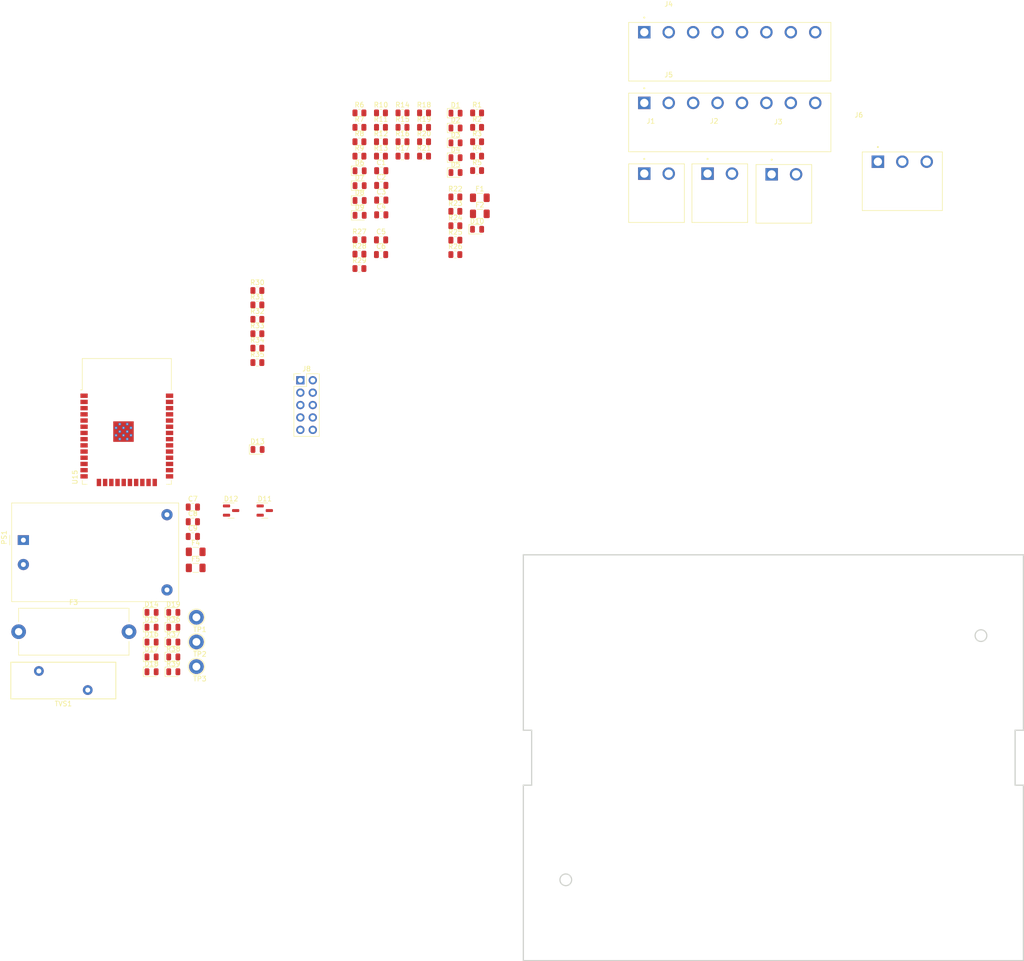
<source format=kicad_pcb>
(kicad_pcb (version 20221018) (generator pcbnew)
  (layers (0 "F.Cu" signal) (31 "B.Cu" signal) (34 "B.Paste" user) (35 "F.Paste" user) (36 "B.SilkS" user "B.Silkscreen") (37 "F.SilkS" user "F.Silkscreen") (38 "B.Mask" user) (39 "F.Mask" user) (44 "Edge.Cuts" user))
  (net 0 "")
  (net 1 "+12V")
  (net 2 "GND")
  (net 3 "VDD")
  (net 4 "Net-(D11-A1)")
  (net 5 "Net-(D11-A2)")
  (net 6 "/Room Link/RGND")
  (net 7 "Net-(D12-A1)")
  (net 8 "Net-(D12-A2)")
  (net 10 "Net-(D13-A)")
  (net 11 "/Room Link/CON-DC-")
  (net 12 "Net-(D14-A)")
  (net 13 "Net-(D16-A)")
  (net 14 "Net-(D17-A)")
  (net 15 "Net-(D19-A)")
  (net 16 "/Room Link/CON-L1")
  (net 17 "Net-(PS1-AC{slash}N)")
  (net 18 "/Room Link/CON-DC+")
  (net 19 "+3.3V")
  (net 20 "TMS")
  (net 21 "TCK")
  (net 22 "TDO")
  (net 24 "TDI")
  (net 25 "EN")
  (net 26 "/Room Link/CON-NEUT")
  (net 29 "/Room Link/CONTROL/COM_RS485_LCD")
  (net 30 "/Room Link/CONTROL/CON_RS485_eXT")
  (net 33 "/Room Link/CONTROL/RLY_FAN1_MICRO")
  (net 34 "/Room Link/CONTROL/RLY_FAN2_MICRO")
  (net 35 "/Room Link/CONTROL/RLY_FAN3_MICRO")
  (net 42 "/Room Link/CONTROL/INPUT_3_MICRO")
  (net 44 "/Room Link/CONTROL/INPUT_4_MICRO")
  (net 45 "/Room Link/CONTROL/Rx_RS485_lcd")
  (net 46 "/Room Link/CONTROL/Tx_RS485_LCD")
  (net 52 "/Room Link/CONTROL/Rx_RS485_eXT")
  (net 53 "/Room Link/CONTROL/Tx_RS485_eXT")
  (net 54 "/Room Link/CONTROL/RLY_OUT1_MICRO")
  (net 55 "/Room Link/CONTROL/RLY_OUT2_MICRO")
  (net 56 "/Room Link/INPUTS/INPUT_1_MCRO")
  (net 57 "/Room Link/INPUTS/INPUT_2_MCRO")
  (net 58 "/Room Link/INPUTS/INPUT_3_MCRO")
  (net 59 "/Room Link/INPUTS/INPUT_4_MCRO")
  (net 60 "+5V")
  (net 61 "Net-(D1-K)")
  (net 62 "Net-(D1-A)")
  (net 63 "Net-(D2-K)")
  (net 64 "Net-(D2-A)")
  (net 65 "Net-(D3-K)")
  (net 66 "Net-(D3-A)")
  (net 67 "Net-(D4-K)")
  (net 68 "Net-(D4-A)")
  (net 69 "Net-(D5-K)")
  (net 70 "Net-(D5-A)")
  (net 71 "Net-(D6-A)")
  (net 72 "Net-(D7-A)")
  (net 73 "Net-(D8-A)")
  (net 74 "Net-(D9-A)")
  (net 75 "Net-(D10-A)")
  (net 76 "Net-(F1-Pad1)")
  (net 77 "/Room Link/CON-B+")
  (net 78 "Net-(F2-Pad1)")
  (net 79 "/Room Link/CON-A-")
  (net 80 "Net-(R6-Pad2)")
  (net 81 "/Room Link/CON-IN1-")
  (net 82 "GND1")
  (net 83 "Net-(R10-Pad2)")
  (net 84 "/Room Link/CON-IN2-")
  (net 85 "Net-(R14-Pad2)")
  (net 86 "/Room Link/CON-IN3-")
  (net 87 "Net-(R16-Pad2)")
  (net 88 "/Room Link/CON-IN4-")
  (net 89 "Net-(U11-Vo)")
  (net 90 "Net-(U13-DE)")
  (net 91 "/Room Link/CON-LCDB+")
  (net 92 "/Room Link/CON-LCDA-")
  (net 93 "/Room Link/CON-OUT2A")
  (net 94 "/Room Link/CON-OUT2B")
  (net 95 "/Room Link/CON-OUT1A")
  (net 96 "/Room Link/CON-OUT1B")
  (net 97 "/Room Link/CON-FAN3")
  (net 98 "/Room Link/CON-FAN2")
  (net 99 "/Room Link/CON-FAN1")
  (net 100 "/Room Link/CON-FAN-C")
  (net 101 "/Room Link/CON-IN4+")
  (net 102 "/Room Link/CON-IN3+")
  (net 103 "/Room Link/CON-IN2+")
  (net 104 "/Room Link/CON-IN1+")
  (footprint "Diode_SMD:D_0805_2012Metric" (layer "F.Cu") (at 33.545 75.99)
    (fp_text reference "R38" (at 0 -1.65) (layer "F.SilkS"))
    (fp_text value "470")
    (pad "1" smd roundrect (at -0.9375 0) (size 0.975 1.4) (layers "F.Cu" "F.Paste" "F.Mask") (net 3 "VDD"))
    (pad "2" smd roundrect (at 0.9375 0) (size 0.975 1.4) (layers "F.Cu" "F.Paste" "F.Mask") (net 14 "Net-(D17-A)"))
  )
  (footprint "Resistor_SMD:R_0805_2012Metric" (layer "F.Cu") (at 71.65 -9.425)
    (fp_text reference "R27" (at 0 -1.65) (layer "F.SilkS"))
    (fp_text value "10 1%")
    (pad "1" smd roundrect (at -0.9125 0) (size 1.025 1.4) (layers "F.Cu" "F.Paste" "F.Mask") (roundrect_rratio 0.243902) (net 29 "/Room Link/CONTROL/COM_RS485_LCD"))
    (pad "2" smd roundrect (at 0.9125 0) (size 1.025 1.4) (layers "F.Cu" "F.Paste" "F.Mask") (roundrect_rratio 0.243902) (net 90 "Net-(U13-DE)"))
  )
  (footprint "Capacitor_SMD:C_0805_2012Metric" (layer "F.Cu") (at 76.12 -17.535)
    (fp_text reference "C3" (at 0 -1.68) (layer "F.SilkS"))
    (fp_text value "0.1uF")
    (pad "1" smd roundrect (at -0.95 0) (size 1 1.45) (layers "F.Cu" "F.Paste" "F.Mask") (net 58 "/Room Link/INPUTS/INPUT_3_MCRO"))
    (pad "2" smd roundrect (at 0.95 0) (size 1 1.45) (layers "F.Cu" "F.Paste" "F.Mask") (net 2 "GND"))
  )
  (footprint "TBP04R12-500-02BE:CUI_TBP04R12-500-02BE" (layer "F.Cu") (at 129.975 -22.9625)
    (fp_text reference "J1" (at 1.335 -10.745) (layer "F.SilkS"))
    (fp_text value "TBP04R12-500-02BE")
    (pad "1" thru_hole rect (at 0 0) (size 2.55 2.55) (drill 1.7) (layers "*.Cu" "*.Mask") (net 16 "/Room Link/CON-L1"))
    (pad "2" thru_hole circle (at 5 0) (size 2.55 2.55) (drill 1.7) (layers "*.Cu" "*.Mask") (net 26 "/Room Link/CON-NEUT"))
  )
  (footprint "Resistor_SMD:R_0805_2012Metric" (layer "F.Cu") (at 50.755 9.825)
    (fp_text reference "R33" (at 0 -1.65) (layer "F.SilkS"))
    (fp_text value "10k")
    (pad "1" smd roundrect (at -0.9125 0) (size 1.025 1.4) (layers "F.Cu" "F.Paste" "F.Mask") (roundrect_rratio 0.243902) (net 19 "+3.3V"))
    (pad "2" smd roundrect (at 0.9125 0) (size 1.025 1.4) (layers "F.Cu" "F.Paste" "F.Mask") (roundrect_rratio 0.243902) (net 22 "TDO"))
  )
  (footprint "Diode_SMD:D_0805_2012Metric" (layer "F.Cu") (at 50.795 33.52)
    (fp_text reference "D13" (at 0 -1.65) (layer "F.SilkS"))
    (fp_text value "LED")
    (pad "1" smd roundrect (at -0.9375 0) (size 0.975 1.4) (layers "F.Cu" "F.Paste" "F.Mask"))
    (pad "2" smd roundrect (at 0.9375 0) (size 0.975 1.4) (layers "F.Cu" "F.Paste" "F.Mask") (net 10 "Net-(D13-A)"))
  )
  (footprint "Fuse:Fuse_1206_3216Metric" (layer "F.Cu") (at 96.3 -18.015)
    (fp_text reference "F1" (at 0 -1.82) (layer "F.SilkS"))
    (fp_text value "PTS120660V010")
    (pad "1" smd roundrect (at -1.4 0) (size 1.25 1.75) (layers "F.Cu" "F.Paste" "F.Mask") (roundrect_rratio 0.2) (net 76 "Net-(F1-Pad1)"))
    (pad "2" smd roundrect (at 1.4 0) (size 1.25 1.75) (layers "F.Cu" "F.Paste" "F.Mask") (roundrect_rratio 0.2) (net 77 "/Room Link/CON-B+"))
  )
  (footprint "Resistor_SMD:R_0805_2012Metric" (layer "F.Cu") (at 84.88 -32.435)
    (fp_text reference "R19" (at 0 -1.65) (layer "F.SilkS"))
    (fp_text value "10k")
    (pad "1" smd roundrect (at -0.9125 0) (size 1.025 1.4) (layers "F.Cu" "F.Paste" "F.Mask") (roundrect_rratio 0.243902) (net 60 "+5V"))
    (pad "2" smd roundrect (at 0.9125 0) (size 1.025 1.4) (layers "F.Cu" "F.Paste" "F.Mask") (roundrect_rratio 0.243902) (net 59 "/Room Link/INPUTS/INPUT_4_MCRO"))
  )
  (footprint "LED_SMD:LED_0805_2012Metric" (layer "F.Cu") (at 91.33 -29.26)
    (fp_text reference "D3" (at 0 -1.65) (layer "F.SilkS"))
    (fp_text value "LED")
    (pad "1" smd roundrect (at -0.9375 0) (size 0.975 1.4) (layers "F.Cu" "F.Paste" "F.Mask") (net 65 "Net-(D3-K)"))
    (pad "2" smd roundrect (at 0.9375 0) (size 0.975 1.4) (layers "F.Cu" "F.Paste" "F.Mask") (net 66 "Net-(D3-A)"))
  )
  (footprint "TBP04R12-500-08BE:CUI_TBP04R12-500-08BE" (layer "F.Cu") (at 129.975 -51.9125)
    (fp_text reference "J4" (at 4.985 -5.745) (layer "F.SilkS"))
    (fp_text value "TBP04R12-500-08BE")
    (pad "1" thru_hole rect (at 0 0) (size 2.55 2.55) (drill 1.7) (layers "*.Cu" "*.Mask") (net 93 "/Room Link/CON-OUT2A"))
    (pad "2" thru_hole circle (at 5 0) (size 2.55 2.55) (drill 1.7) (layers "*.Cu" "*.Mask") (net 94 "/Room Link/CON-OUT2B"))
    (pad "3" thru_hole circle (at 10 0) (size 2.55 2.55) (drill 1.7) (layers "*.Cu" "*.Mask") (net 95 "/Room Link/CON-OUT1A"))
    (pad "4" thru_hole circle (at 15 0) (size 2.55 2.55) (drill 1.7) (layers "*.Cu" "*.Mask") (net 96 "/Room Link/CON-OUT1B"))
    (pad "5" thru_hole circle (at 20 0) (size 2.55 2.55) (drill 1.7) (layers "*.Cu" "*.Mask") (net 97 "/Room Link/CON-FAN3"))
    (pad "6" thru_hole circle (at 25 0) (size 2.55 2.55) (drill 1.7) (layers "*.Cu" "*.Mask") (net 98 "/Room Link/CON-FAN2"))
    (pad "7" thru_hole circle (at 30 0) (size 2.55 2.55) (drill 1.7) (layers "*.Cu" "*.Mask") (net 99 "/Room Link/CON-FAN1"))
    (pad "8" thru_hole circle (at 35 0) (size 2.55 2.55) (drill 1.7) (layers "*.Cu" "*.Mask") (net 100 "/Room Link/CON-FAN-C"))
  )
  (footprint "LED_SMD:LED_0805_2012Metric" (layer "F.Cu") (at 95.74 -11.56)
    (fp_text reference "D10" (at 0 -1.65) (layer "F.SilkS"))
    (fp_text value "LED")
    (pad "1" smd roundrect (at -0.9375 0) (size 0.975 1.4) (layers "F.Cu" "F.Paste" "F.Mask") (net 6 "/Room Link/RGND"))
    (pad "2" smd roundrect (at 0.9375 0) (size 0.975 1.4) (layers "F.Cu" "F.Paste" "F.Mask") (net 75 "Net-(D10-A)"))
  )
  (footprint "LED_SMD:LED_0805_2012Metric" (layer "F.Cu") (at 71.69 -14.42)
    (fp_text reference "D9" (at 0 -1.65) (layer "F.SilkS"))
    (fp_text value "LED")
    (pad "1" smd roundrect (at -0.9375 0) (size 0.975 1.4) (layers "F.Cu" "F.Paste" "F.Mask") (net 59 "/Room Link/INPUTS/INPUT_4_MCRO"))
    (pad "2" smd roundrect (at 0.9375 0) (size 0.975 1.4) (layers "F.Cu" "F.Paste" "F.Mask") (net 74 "Net-(D9-A)"))
  )
  (footprint "Resistor_SMD:R_0805_2012Metric" (layer "F.Cu") (at 71.65 -35.385)
    (fp_text reference "R6" (at 0 -1.65) (layer "F.SilkS"))
    (fp_text value "330")
    (pad "1" smd roundrect (at -0.9125 0) (size 1.025 1.4) (layers "F.Cu" "F.Paste" "F.Mask") (roundrect_rratio 0.243902) (net 3 "VDD"))
    (pad "2" smd roundrect (at 0.9125 0) (size 1.025 1.4) (layers "F.Cu" "F.Paste" "F.Mask") (roundrect_rratio 0.243902) (net 80 "Net-(R6-Pad2)"))
  )
  (footprint "Capacitor_SMD:C_0805_2012Metric" (layer "F.Cu") (at 37.545 51.325)
    (fp_text reference "C9" (at 0 -1.68) (layer "F.SilkS"))
    (fp_text value "47uF/10V")
    (pad "1" smd roundrect (at -0.95 0) (size 1 1.45) (layers "F.Cu" "F.Paste" "F.Mask") (net 3 "VDD"))
    (pad "2" smd roundrect (at 0.95 0) (size 1 1.45) (layers "F.Cu" "F.Paste" "F.Mask") (net 2 "GND"))
  )
  (footprint "Diode_SMD:D_0805_2012Metric" (layer "F.Cu") (at 33.545 69.91)
    (fp_text reference "R36" (at 0 -1.65) (layer "F.SilkS"))
    (fp_text value "R")
    (pad "1" smd roundrect (at -0.9375 0) (size 0.975 1.4) (layers "F.Cu" "F.Paste" "F.Mask") (net 18 "/Room Link/CON-DC+"))
    (pad "2" smd roundrect (at 0.9375 0) (size 0.975 1.4) (layers "F.Cu" "F.Paste" "F.Mask") (net 12 "Net-(D14-A)"))
  )
  (footprint "Resistor_SMD:R_0805_2012Metric" (layer "F.Cu") (at 50.755 3.925)
    (fp_text reference "R31" (at 0 -1.65) (layer "F.SilkS"))
    (fp_text value "10k")
    (pad "1" smd roundrect (at -0.9125 0) (size 1.025 1.4) (layers "F.Cu" "F.Paste" "F.Mask") (roundrect_rratio 0.243902) (net 19 "+3.3V"))
    (pad "2" smd roundrect (at 0.9125 0) (size 1.025 1.4) (layers "F.Cu" "F.Paste" "F.Mask") (roundrect_rratio 0.243902) (net 21 "TCK"))
  )
  (footprint "Resistor_SMD:R_0805_2012Metric" (layer "F.Cu") (at 80.47 -32.435)
    (fp_text reference "R15" (at 0 -1.65) (layer "F.SilkS"))
    (fp_text value "10")
    (pad "1" smd roundrect (at -0.9125 0) (size 1.025 1.4) (layers "F.Cu" "F.Paste" "F.Mask") (roundrect_rratio 0.243902) (net 86 "/Room Link/CON-IN3-"))
    (pad "2" smd roundrect (at 0.9125 0) (size 1.025 1.4) (layers "F.Cu" "F.Paste" "F.Mask") (roundrect_rratio 0.243902) (net 82 "GND1"))
  )
  (footprint "Resistor_SMD:R_0805_2012Metric" (layer "F.Cu") (at 80.47 -35.385)
    (fp_text reference "R14" (at 0 -1.65) (layer "F.SilkS"))
    (fp_text value "330")
    (pad "1" smd roundrect (at -0.9125 0) (size 1.025 1.4) (layers "F.Cu" "F.Paste" "F.Mask") (roundrect_rratio 0.243902) (net 3 "VDD"))
    (pad "2" smd roundrect (at 0.9125 0) (size 1.025 1.4) (layers "F.Cu" "F.Paste" "F.Mask") (roundrect_rratio 0.243902) (net 85 "Net-(R14-Pad2)"))
  )
  (footprint "Resistor_SMD:R_0805_2012Metric" (layer "F.Cu") (at 71.65 -6.475)
    (fp_text reference "R28" (at 0 -1.65) (layer "F.SilkS"))
    (fp_text value "10")
    (pad "1" smd roundrect (at -0.9125 0) (size 1.025 1.4) (layers "F.Cu" "F.Paste" "F.Mask") (roundrect_rratio 0.243902) (net 7 "Net-(D12-A1)"))
    (pad "2" smd roundrect (at 0.9125 0) (size 1.025 1.4) (layers "F.Cu" "F.Paste" "F.Mask") (roundrect_rratio 0.243902) (net 91 "/Room Link/CON-LCDB+"))
  )
  (footprint "Capacitor_SMD:C_0805_2012Metric" (layer "F.Cu") (at 76.08 -6.385)
    (fp_text reference "C6" (at 0 -1.68) (layer "F.SilkS"))
    (fp_text value "0.1uF 50V")
    (pad "1" smd roundrect (at -0.95 0) (size 1 1.45) (layers "F.Cu" "F.Paste" "F.Mask") (net 60 "+5V"))
    (pad "2" smd roundrect (at 0.95 0) (size 1 1.45) (layers "F.Cu" "F.Paste" "F.Mask") (net 2 "GND"))
  )
  (footprint "Varistor:RV_Disc_D21.5mm_W7.5mm_P10mm" (layer "F.Cu") (at 6.025 78.875)
    (fp_text reference "TVS1" (at 5 6.7) (layer "F.SilkS"))
    (fp_text value "~")
    (pad "1" thru_hole circle (at 0 0) (size 2 2) (drill 1) (layers "*.Cu" "*.Mask") (net 17 "Net-(PS1-AC{slash}N)"))
    (pad "2" thru_hole circle (at 10 3.9) (size 2 2) (drill 1) (layers "*.Cu" "*.Mask") (net 26 "/Room Link/CON-NEUT"))
  )
  (footprint "Resistor_SMD:R_0805_2012Metric" (layer "F.Cu") (at 95.74 -35.385)
    (fp_text reference "R1" (at 0 -1.65) (layer "F.SilkS"))
    (fp_text value "1K")
    (pad "1" smd roundrect (at -0.9125 0) (size 1.025 1.4) (layers "F.Cu" "F.Paste" "F.Mask") (roundrect_rratio 0.243902) (net 70 "Net-(D5-A)"))
    (pad "2" smd roundrect (at 0.9125 0) (size 1.025 1.4) (layers "F.Cu" "F.Paste" "F.Mask") (roundrect_rratio 0.243902) (net 1 "+12V"))
  )
  (footprint "LED_SMD:LED_0805_2012Metric" (layer "F.Cu") (at 71.69 -17.46)
    (fp_text reference "D8" (at 0 -1.65) (layer "F.SilkS"))
    (fp_text value "LED")
    (pad "1" smd roundrect (at -0.9375 0) (size 0.975 1.4) (layers "F.Cu" "F.Paste" "F.Mask") (net 58 "/Room Link/INPUTS/INPUT_3_MCRO"))
    (pad "2" smd roundrect (at 0.9375 0) (size 0.975 1.4) (layers "F.Cu" "F.Paste" "F.Mask") (net 73 "Net-(D8-A)"))
  )
  (footprint "Resistor_SMD:R_0805_2012Metric" (layer "F.Cu") (at 91.29 -12.285)
    (fp_text reference "R24" (at 0 -1.65) (layer "F.SilkS"))
    (fp_text value "2.2k")
    (pad "1" smd roundrect (at -0.9125 0) (size 1.025 1.4) (layers "F.Cu" "F.Paste" "F.Mask") (roundrect_rratio 0.243902) (net 6 "/Room Link/RGND"))
    (pad "2" smd roundrect (at 0.9125 0) (size 1.025 1.4) (layers "F.Cu" "F.Paste" "F.Mask") (roundrect_rratio 0.243902) (net 4 "Net-(D11-A1)"))
  )
  (footprint "Resistor_SMD:R_0805_2012Metric" (layer "F.Cu") (at 80.47 -29.485)
    (fp_text reference "R16" (at 0 -1.65) (layer "F.SilkS"))
    (fp_text value "330")
    (pad "1" smd roundrect (at -0.9125 0) (size 1.025 1.4) (layers "F.Cu" "F.Paste" "F.Mask") (roundrect_rratio 0.243902) (net 3 "VDD"))
    (pad "2" smd roundrect (at 0.9125 0) (size 1.025 1.4) (layers "F.Cu" "F.Paste" "F.Mask") (roundrect_rratio 0.243902) (net 87 "Net-(R16-Pad2)"))
  )
  (footprint "Resistor_SMD:R_0805_2012Metric" (layer "F.Cu") (at 50.755 12.775)
    (fp_text reference "R34" (at 0 -1.65) (layer "F.SilkS"))
    (fp_text value "10k")
    (pad "1" smd roundrect (at -0.9125 0) (size 1.025 1.4) (layers "F.Cu" "F.Paste" "F.Mask") (roundrect_rratio 0.243902) (net 19 "+3.3V"))
    (pad "2" smd roundrect (at 0.9125 0) (size 1.025 1.4) (layers "F.Cu" "F.Paste" "F.Mask") (roundrect_rratio 0.243902) (net 24 "TDI"))
  )
  (footprint "Capacitor_SMD:C_0805_2012Metric" (layer "F.Cu") (at 76.12 -14.525)
    (fp_text reference "C4" (at 0 -1.68) (layer "F.SilkS"))
    (fp_text value "0.1uF")
    (pad "1" smd roundrect (at -0.95 0) (size 1 1.45) (layers "F.Cu" "F.Paste" "F.Mask") (net 59 "/Room Link/INPUTS/INPUT_4_MCRO"))
    (pad "2" smd roundrect (at 0.95 0) (size 1 1.45) (layers "F.Cu" "F.Paste" "F.Mask") (net 2 "GND"))
  )
  (footprint "Diode_SMD:D_0805_2012Metric" (layer "F.Cu") (at 29.095 72.95)
    (fp_text reference "D16" (at 0 -1.65) (layer "F.SilkS"))
    (fp_text value "LED")
    (pad "1" smd roundrect (at -0.9375 0) (size 0.975 1.4) (layers "F.Cu" "F.Paste" "F.Mask") (net 2 "GND"))
    (pad "2" smd roundrect (at 0.9375 0) (size 0.975 1.4) (layers "F.Cu" "F.Paste" "F.Mask") (net 13 "Net-(D16-A)"))
  )
  (footprint "Capacitor_SMD:C_0805_2012Metric" (layer "F.Cu") (at 76.08 -9.395)
    (fp_text reference "C5" (at 0 -1.68) (layer "F.SilkS"))
    (fp_text value "1uF 25V")
    (pad "1" smd roundrect (at -0.95 0) (size 1 1.45) (layers "F.Cu" "F.Paste" "F.Mask") (net 60 "+5V"))
    (pad "2" smd roundrect (at 0.95 0) (size 1 1.45) (layers "F.Cu" "F.Paste" "F.Mask") (net 2 "GND"))
  )
  (footprint "Resistor_SMD:R_0805_2012Metric" (layer "F.Cu") (at 76.06 -35.385)
    (fp_text reference "R10" (at 0 -1.65) (layer "F.SilkS"))
    (fp_text value "330")
    (pad "1" smd roundrect (at -0.9125 0) (size 1.025 1.4) (layers "F.Cu" "F.Paste" "F.Mask") (roundrect_rratio 0.243902) (net 3 "VDD"))
    (pad "2" smd roundrect (at 0.9125 0) (size 1.025 1.4) (layers "F.Cu" "F.Paste" "F.Mask") (roundrect_rratio 0.243902) (net 83 "Net-(R10-Pad2)"))
  )
  (footprint "Diode_SMD:D_0805_2012Metric" (layer "F.Cu") (at 29.095 66.87)
    (fp_text reference "D14" (at 0 -1.65) (layer "F.SilkS"))
    (fp_text value "LED")
    (pad "1" smd roundrect (at -0.9375 0) (size 0.975 1.4) (layers "F.Cu" "F.Paste" "F.Mask") (net 11 "/Room Link/CON-DC-"))
    (pad "2" smd roundrect (at 0.9375 0) (size 0.975 1.4) (layers "F.Cu" "F.Paste" "F.Mask") (net 12 "Net-(D14-A)"))
  )
  (footprint "Fuse:Fuse_1206_3216Metric" (layer "F.Cu") (at 38.125 54.475)
    (fp_text reference "F4" (at 0 -1.82) (layer "F.SilkS"))
    (fp_text value "PTS120660V010")
    (pad "1" smd roundrect (at -1.4 0) (size 1.25 1.75) (layers "F.Cu" "F.Paste" "F.Mask") (roundrect_rratio 0.2) (net 18 "/Room Link/CON-DC+"))
    (pad "2" smd roundrect (at 1.4 0) (size 1.25 1.75) (layers "F.Cu" "F.Paste" "F.Mask") (roundrect_rratio 0.2) (net 1 "+12V"))
  )
  (footprint "Capacitor_SMD:C_0805_2012Metric" (layer "F.Cu") (at 37.545 45.305)
    (fp_text reference "C7" (at 0 -1.68) (layer "F.SilkS"))
    (fp_text value "0.33uF/25V")
    (pad "1" smd roundrect (at -0.95 0) (size 1 1.45) (layers "F.Cu" "F.Paste" "F.Mask") (net 1 "+12V"))
    (pad "2" smd roundrect (at 0.95 0) (size 1 1.45) (layers "F.Cu" "F.Paste" "F.Mask") (net 2 "GND"))
  )
  (footprint "LED_SMD:LED_0805_2012Metric" (layer "F.Cu") (at 91.33 -23.18)
    (fp_text reference "D5" (at 0 -1.65) (layer "F.SilkS"))
    (fp_text value "LED")
    (pad "1" smd roundrect (at -0.9375 0) (size 0.975 1.4) (layers "F.Cu" "F.Paste" "F.Mask") (net 69 "Net-(D5-K)"))
    (pad "2" smd roundrect (at 0.9375 0) (size 0.975 1.4) (layers "F.Cu" "F.Paste" "F.Mask") (net 70 "Net-(D5-A)"))
  )
  (footprint "RF_Module:ESP32-WROOM-32" (layer "F.Cu") (at 24.025 30.765)
    (fp_text reference "U15" (at -10.61 8.43 90) (layer "F.SilkS"))
    (fp_text value "ESP32-WROOM-32")
    (pad "1" smd rect (at -8.75 -8.25) (size 1.5 0.9) (layers "F.Cu" "F.Paste" "F.Mask") (net 2 "GND"))
    (pad "2" smd rect (at -8.75 -6.98) (size 1.5 0.9) (layers "F.Cu" "F.Paste" "F.Mask") (net 19 "+3.3V"))
    (pad "3" smd rect (at -8.75 -5.71) (size 1.5 0.9) (layers "F.Cu" "F.Paste" "F.Mask") (net 25 "EN"))
    (pad "4" smd rect (at -8.75 -4.44) (size 1.5 0.9) (layers "F.Cu" "F.Paste" "F.Mask"))
    (pad "5" smd rect (at -8.75 -3.17) (size 1.5 0.9) (layers "F.Cu" "F.Paste" "F.Mask"))
    (pad "6" smd rect (at -8.75 -1.9) (size 1.5 0.9) (layers "F.Cu" "F.Paste" "F.Mask") (net 29 "/Room Link/CONTROL/COM_RS485_LCD"))
    (pad "7" smd rect (at -8.75 -0.63) (size 1.5 0.9) (layers "F.Cu" "F.Paste" "F.Mask") (net 30 "/Room Link/CONTROL/CON_RS485_eXT"))
    (pad "8" smd rect (at -8.75 0.64) (size 1.5 0.9) (layers "F.Cu" "F.Paste" "F.Mask"))
    (pad "9" smd rect (at -8.75 1.91) (size 1.5 0.9) (layers "F.Cu" "F.Paste" "F.Mask"))
    (pad "10" smd rect (at -8.75 3.18) (size 1.5 0.9) (layers "F.Cu" "F.Paste" "F.Mask") (net 33 "/Room Link/CONTROL/RLY_FAN1_MICRO"))
    (pad "11" smd rect (at -8.75 4.45) (size 1.5 0.9) (layers "F.Cu" "F.Paste" "F.Mask") (net 34 "/Room Link/CONTROL/RLY_FAN2_MICRO"))
    (pad "12" smd rect (at -8.75 5.72) (size 1.5 0.9) (layers "F.Cu" "F.Paste" "F.Mask") (net 35 "/Room Link/CONTROL/RLY_FAN3_MICRO"))
    (pad "13" smd rect (at -8.75 6.99) (size 1.5 0.9) (layers "F.Cu" "F.Paste" "F.Mask") (net 20 "TMS"))
    (pad "14" smd rect (at -8.75 8.26) (size 1.5 0.9) (layers "F.Cu" "F.Paste" "F.Mask") (net 24 "TDI"))
    (pad "15" smd rect (at -5.71 9.51 90) (size 1.5 0.9) (layers "F.Cu" "F.Paste" "F.Mask") (net 2 "GND"))
    (pad "16" smd rect (at -4.44 9.51 90) (size 1.5 0.9) (layers "F.Cu" "F.Paste" "F.Mask") (net 21 "TCK"))
    (pad "17" smd rect (at -3.17 9.51 90) (size 1.5 0.9) (layers "F.Cu" "F.Paste" "F.Mask"))
    (pad "18" smd rect (at -1.9 9.51 90) (size 1.5 0.9) (layers "F.Cu" "F.Paste" "F.Mask"))
    (pad "19" smd rect (at -0.63 9.51 90) (size 1.5 0.9) (layers "F.Cu" "F.Paste" "F.Mask"))
    (pad "20" smd rect (at 0.64 9.51 90) (size 1.5 0.9) (layers "F.Cu" "F.Paste" "F.Mask"))
    (pad "21" smd rect (at 1.91 9.51 90) (size 1.5 0.9) (layers "F.Cu" "F.Paste" "F.Mask"))
    (pad "22" smd rect (at 3.18 9.51 90) (size 1.5 0.9) (layers "F.Cu" "F.Paste" "F.Mask"))
    (pad "23" smd rect (at 4.45 9.51 90) (size 1.5 0.9) (layers "F.Cu" "F.Paste" "F.Mask") (net 22 "TDO"))
    (pad "24" smd rect (at 5.72 9.51 90) (size 1.5 0.9) (layers "F.Cu" "F.Paste" "F.Mask") (net 42 "/Room Link/CONTROL/INPUT_3_MICRO"))
    (pad "25" smd rect (at 8.75 8.26) (size 1.5 0.9) (layers "F.Cu" "F.Paste" "F.Mask"))
    (pad "26" smd rect (at 8.75 6.99) (size 1.5 0.9) (layers "F.Cu" "F.Paste" "F.Mask") (net 44 "/Room Link/CONTROL/INPUT_4_MICRO"))
    (pad "27" smd rect (at 8.75 5.72) (size 1.5 0.9) (layers "F.Cu" "F.Paste" "F.Mask") (net 45 "/Room Link/CONTROL/Rx_RS485_lcd"))
    (pad "28" smd rect (at 8.75 4.45) (size 1.5 0.9) (layers "F.Cu" "F.Paste" "F.Mask") (net 46 "/Room Link/CONTROL/Tx_RS485_LCD"))
    (pad "29" smd rect (at 8.75 3.18) (size 1.5 0.9) (layers "F.Cu" "F.Paste" "F.Mask"))
    (pad "30" smd rect (at 8.75 1.91) (size 1.5 0.9) (layers "F.Cu" "F.Paste" "F.Mask"))
    (pad "31" smd rect (at 8.75 0.64) (size 1.5 0.9) (layers "F.Cu" "F.Paste" "F.Mask"))
    (pad "32" smd rect (at 8.75 -0.63) (size 1.5 0.9) (layers "F.Cu" "F.Paste" "F.Mask"))
    (pad "33" smd rect (at 8.75 -1.9) (size 1.5 0.9) (layers "F.Cu" "F.Paste" "F.Mask"))
    (pad "34" smd rect (at 8.75 -3.17) (size 1.5 0.9) (layers "F.Cu" "F.Paste" "F.Mask") (net 52 "/Room Link/CONTROL/Rx_RS485_eXT"))
    (pad "35" smd rect (at 8.75 -4.44) (size 1.5 0.9) (layers "F.Cu" "F.Paste" "F.Mask") (net 53 "/Room Link/CONTROL/Tx_RS485_eXT"))
    (pad "36" smd rect (at 8.75 -5.71) (size 1.5 0.9) (layers "F.Cu" "F.Paste" "F.Mask") (net 54 "/Room Link/CONTROL/RLY_OUT1_MICRO"))
    (pad "37" smd rect (at 8.75 -6.98) (size 1.5 0.9) (layers "F.Cu" "F.Paste" "F.Mask") (net 55 "/Room Link/CONTROL/RLY_OUT2_MICRO"))
    (pad "38" smd rect (at 8.75 -8.25) (size 1.5 0.9) (layers "F.Cu" "F.Paste" "F.Mask") (net 2 "GND"))
    (pad "39" smd rect (at -2.205 -2.435) (size 1.05 1.05) (layers "F.Cu" "F.Paste") (net 2 "GND"))
    (pad "39" thru_hole circle (at -2.205 -1.6725) (size 0.6 0.6) (drill 0.2) (property pad_prop_heatsink) (layers "*.Cu" "F.Mask") (net 2 "GND"))
    (pad "39" smd rect (at -2.205 -0.91) (size 1.05 1.05) (layers "F.Cu" "F.Paste") (net 2 "GND"))
    (pad "39" thru_hole circle (at -2.205 -0.1475) (size 0.6 0.6) (drill 0.2) (property pad_prop_heatsink) (layers "*.Cu" "F.Mask") (net 2 "GND"))
    (pad "39" smd rect (at -2.205 0.615) (size 1.05 1.05) (layers "F.Cu" "F.Paste") (net 2 "GND"))
    (pad "39" thru_hole circle (at -1.4425 -2.435) (size 0.6 0.6) (drill 0.2) (property pad_prop_heatsink) (layers "*.Cu" "F.Mask") (net 2 "GND"))
    (pad "39" thru_hole circle (at -1.4425 -0.91) (size 0.6 0.6) (drill 0.2) (property pad_prop_heatsink) (layers "*.Cu" "F.Mask") (net 2 "GND"))
    (pad "39" thru_hole circle (at -1.4425 0.615) (size 0.6 0.6) (drill 0.2) (property pad_prop_heatsink) (layers "*.Cu" "F.Mask") (net 2 "GND"))
    (pad "39" smd rect (at -0.68 -2.435) (size 1.05 1.05) (layers "F.Cu" "F.Paste") (net 2 "GND"))
    (pad "39" thru_hole circle (at -0.68 -1.6725) (size 0.6 0.6) (drill 0.2) (property pad_prop_heatsink) (layers "*.Cu" "F.Mask") (net 2 "GND"))
    (pad "39" smd rect (at -0.68 -0.91) (size 1.05 1.05) (layers "F.Cu" "F.Paste") (net 2 "GND"))
    (pad "39" smd rect (at -0.68 -0.91) (size 4.2 4.2) (layers "F.Cu" "F.Mask") (net 2 "GND"))
    (pad "39" thru_hole circle (at -0.68 -0.1475) (size 0.6 0.6) (drill 0.2) (property pad_prop_heatsink) (layers "*.Cu" "F.Mask") (net 2 "GND"))
    (pad "39" smd rect (at -0.68 0.615) (size 1.05 1.05) (layers "F.Cu" "F.Paste") (net 2 "GND"))
    (pad "39" thru_hole circle (at 0.0825 -2.435) (size 0.6 0.6) (drill 0.2) (property pad_prop_heatsink) (layers "*.Cu" "F.Mask") (net 2 "GND"))
    (pad "39" thru_hole circle (at 0.0825 -0.91) (size 0.6 0.6) (drill 0.2) (property pad_prop_heatsink) (layers "*.Cu" "F.Mask") (net 2 "GND"))
    (pad "39" thru_hole circle (at 0.0825 0.615) (size 0.6 0.6) (drill 0.2) (property pad_prop_heatsink) (layers "*.Cu" "F.Mask") (net 2 "GND"))
    (pad "39" smd rect (at 0.845 -2.435) (size 1.05 1.05) (layers "F.Cu" "F.Paste") (net 2 "GND"))
    (pad "39" thru_hole circle (at 0.845 -1.6725) (size 0.6 0.6) (drill 0.2) (property pad_prop_heatsink) (layers "*.Cu" "F.Mask") (net 2 "GND"))
    (pad "39" smd rect (at 0.845 -0.91) (size 1.05 1.05) (layers "F.Cu" "F.Paste") (net 2 "GND"))
    (pad "39" thru_hole circle (at 0.845 -0.1475) (size 0.6 0.6) (drill 0.2) (property pad_prop_heatsink) (layers "*.Cu" "F.Mask") (net 2 "GND"))
    (pad "39" smd rect (at 0.845 0.615) (size 1.05 1.05) (layers "F.Cu" "F.Paste") (net 2 "GND"))
  )
  (footprint "Resistor_SMD:R_0805_2012Metric" (layer "F.Cu") (at 95.74 -29.485)
    (fp_text reference "R3" (at 0 -1.65) (layer "F.SilkS"))
    (fp_text value "1K")
    (pad "1" smd roundrect (at -0.9125 0) (size 1.025 1.4) (layers "F.Cu" "F.Paste" "F.Mask") (roundrect_rratio 0.243902) (net 66 "Net-(D3-A)"))
    (pad "2" smd roundrect (at 0.9125 0) (size 1.025 1.4) (layers "F.Cu" "F.Paste" "F.Mask") (roundrect_rratio 0.243902) (net 1 "+12V"))
  )
  (footprint "Resistor_SMD:R_0805_2012Metric" (layer "F.Cu") (at 71.65 -3.525)
    (fp_text reference "R29" (at 0 -1.65) (layer "F.SilkS"))
    (fp_text value "10")
    (pad "1" smd roundrect (at -0.9125 0) (size 1.025 1.4) (layers "F.Cu" "F.Paste" "F.Mask") (roundrect_rratio 0.243902) (net 8 "Net-(D12-A2)"))
    (pad "2" smd roundrect (at 0.9125 0) (size 1.025 1.4) (layers "F.Cu" "F.Paste" "F.Mask") (roundrect_rratio 0.243902) (net 92 "/Room Link/CON-LCDA-"))
  )
  (footprint "LED_SMD:LED_0805_2012Metric" (layer "F.Cu") (at 91.33 -32.3)
    (fp_text reference "D2" (at 0 -1.65) (layer "F.SilkS"))
    (fp_text value "LED")
    (pad "1" smd roundrect (at -0.9375 0) (size 0.975 1.4) (layers "F.Cu" "F.Paste" "F.Mask") (net 63 "Net-(D2-K)"))
    (pad "2" smd roundrect (at 0.9375 0) (size 0.975 1.4) (layers "F.Cu" "F.Paste" "F.Mask") (net 64 "Net-(D2-A)"))
  )
  (footprint "Diode_SMD:D_0805_2012Metric" (layer "F.Cu") (at 29.095 79.03)
    (fp_text reference "D18" (at 0 -1.65) (layer "F.SilkS"))
    (fp_text value "1SMA5918BT3G")
    (pad "1" smd roundrect (at -0.9375 0) (size 0.975 1.4) (layers "F.Cu" "F.Paste" "F.Mask") (net 3 "VDD"))
    (pad "2" smd roundrect (at 0.9375 0) (size 0.975 1.4) (layers "F.Cu" "F.Paste" "F.Mask") (net 2 "GND"))
  )
  (footprint "Resistor_SMD:R_0805_2012Metric" (layer "F.Cu") (at 91.29 -9.335)
    (fp_text reference "R25" (at 0 -1.65) (layer "F.SilkS"))
    (fp_text value "10")
    (pad "1" smd roundrect (at -0.9125 0) (size 1.025 1.4) (layers "F.Cu" "F.Paste" "F.Mask") (roundrect_rratio 0.243902) (net 4 "Net-(D11-A1)"))
    (pad "2" smd roundrect (at 0.9125 0) (size 1.025 1.4) (layers "F.Cu" "F.Paste" "F.Mask") (roundrect_rratio 0.243902) (net 76 "Net-(F1-Pad1)"))
  )
  (footprint "Resistor_SMD:R_0805_2012Metric" (layer "F.Cu") (at 91.29 -15.235)
    (fp_text reference "R23" (at 0 -1.65) (layer "F.SilkS"))
    (fp_text value "2.2k")
    (pad "1" smd roundrect (at -0.9125 0) (size 1.025 1.4) (layers "F.Cu" "F.Paste" "F.Mask") (roundrect_rratio 0.243902) (net 89 "Net-(U11-Vo)"))
    (pad "2" smd roundrect (at 0.9125 0) (size 1.025 1.4) (layers "F.Cu" "F.Paste" "F.Mask") (roundrect_rratio 0.243902) (net 75 "Net-(D10-A)"))
  )
  (footprint "Diode_SMD:D_0805_2012Metric" (layer "F.Cu") (at 29.095 75.99)
    (fp_text reference "D17" (at 0 -1.65) (layer "F.SilkS"))
    (fp_text value "LED")
    (pad "1" smd roundrect (at -0.9375 0) (size 0.975 1.4) (layers "F.Cu" "F.Paste" "F.Mask") (net 2 "GND"))
    (pad "2" smd roundrect (at 0.9375 0) (size 0.975 1.4) (layers "F.Cu" "F.Paste" "F.Mask") (net 14 "Net-(D17-A)"))
  )
  (footprint "Resistor_SMD:R_0805_2012Metric" (layer "F.Cu") (at 80.47 -26.535)
    (fp_text reference "R17" (at 0 -1.65) (layer "F.SilkS"))
    (fp_text value "10")
    (pad "1" smd roundrect (at -0.9125 0) (size 1.025 1.4) (layers "F.Cu" "F.Paste" "F.Mask") (roundrect_rratio 0.243902) (net 88 "/Room Link/CON-IN4-"))
    (pad "2" smd roundrect (at 0.9125 0) (size 1.025 1.4) (layers "F.Cu" "F.Paste" "F.Mask") (roundrect_rratio 0.243902) (net 82 "GND1"))
  )
  (footprint "TBP04R12-500-02BE:CUI_TBP04R12-500-02BE" (layer "F.Cu") (at 142.925 -22.9625)
    (fp_text reference "J2" (at 1.335 -10.745) (layer "F.SilkS"))
    (fp_text value "TBP04R12-500-02BE")
    (pad "1" thru_hole rect (at 0 0) (size 2.55 2.55) (drill 1.7) (layers "*.Cu" "*.Mask") (net 18 "/Room Link/CON-DC+"))
    (pad "2" thru_hole circle (at 5 0) (size 2.55 2.55) (drill 1.7) (layers "*.Cu" "*.Mask") (net 11 "/Room Link/CON-DC-"))
  )
  (footprint "Fuse:Fuseholder_Cylinder-5x20mm_Stelvio-Kontek_PTF78_Horizontal_Open" (layer "F.Cu") (at 1.875 70.825)
    (fp_text reference "F3" (at 11.25 -6) (layer "F.SilkS"))
    (fp_text value "Fuse")
    (pad "1" thru_hole circle (at 0 0) (size 3 3) (drill 1.5) (layers "*.Cu" "*.Mask") (net 16 "/Room Link/CON-L1"))
    (pad "2" thru_hole circle (at 22.6 0) (size 3 3) (drill 1.5) (layers "*.Cu" "*.Mask") (net 17 "Net-(PS1-AC{slash}N)"))
  )
  (footprint "TBP04R12-500-02BE:CUI_TBP04R12-500-02BE" (layer "F.Cu") (at 156.05 -22.8125)
    (fp_text reference "J3" (at 1.335 -10.745) (layer "F.SilkS"))
    (fp_text value "TBP04R12-500-02BE")
    (pad "1" thru_hole rect (at 0 0) (size 2.55 2.55) (drill 1.7) (layers "*.Cu" "*.Mask") (net 92 "/Room Link/CON-LCDA-"))
    (pad "2" thru_hole circle (at 5 0) (size 2.55 2.55) (drill 1.7) (layers "*.Cu" "*.Mask") (net 91 "/Room Link/CON-LCDB+"))
  )
  (footprint "TestPoint:TestPoint_Loop_D2.60mm_Drill1.6mm_Beaded" (layer "F.Cu") (at 38.275 72.925)
    (fp_text reference "TP2" (at 0.7 2.5) (layer "F.SilkS"))
    (fp_text value "TestPoint")
    (pad "1" thru_hole circle (at 0 0) (size 3 3) (drill 1.6) (layers "*.Cu" "*.Mask") (net 1 "+12V"))
  )
  (footprint "Diode_SMD:D_0805_2012Metric" (layer "F.Cu") (at 33.545 66.87)
    (fp_text reference "D19" (at 0 -1.65) (layer "F.SilkS"))
    (fp_text value "LED")
    (pad "1" smd roundrect (at -0.9375 0) (size 0.975 1.4) (layers "F.Cu" "F.Paste" "F.Mask") (net 2 "GND"))
    (pad "2" smd roundrect (at 0.9375 0) (size 0.975 1.4) (layers "F.Cu" "F.Paste" "F.Mask") (net 15 "Net-(D19-A)"))
  )
  (footprint "LED_SMD:LED_0805_2012Metric" (layer "F.Cu") (at 71.69 -23.54)
    (fp_text reference "D6" (at 0 -1.65) (layer "F.SilkS"))
    (fp_text value "LED")
    (pad "1" smd roundrect (at -0.9375 0) (size 0.975 1.4) (layers "F.Cu" "F.Paste" "F.Mask") (net 56 "/Room Link/INPUTS/INPUT_1_MCRO"))
    (pad "2" smd roundrect (at 0.9375 0) (size 0.975 1.4) (layers "F.Cu" "F.Paste" "F.Mask") (net 71 "Net-(D6-A)"))
  )
  (footprint "Fuse:Fuse_1206_3216Metric" (layer "F.Cu") (at 96.3 -14.725)
    (fp_text reference "F2" (at 0 -1.82) (layer "F.SilkS"))
    (fp_text value "PTS120660V010")
    (pad "1" smd roundrect (at -1.4 0) (size 1.25 1.75) (layers "F.Cu" "F.Paste" "F.Mask") (roundrect_rratio 0.2) (net 78 "Net-(F2-Pad1)"))
    (pad "2" smd roundrect (at 1.4 0) (size 1.25 1.75) (layers "F.Cu" "F.Paste" "F.Mask") (roundrect_rratio 0.2) (net 79 "/Room Link/CON-A-"))
  )
  (footprint "Package_TO_SOT_SMD:SOT-23" (layer "F.Cu") (at 45.375 46.025)
    (fp_text reference "D12" (at 0 -2.4) (layer "F.SilkS"))
    (fp_text value "SM712_SOT23")
    (pad "1" smd roundrect (at -0.9375 -0.95) (size 1.475 0.6) (layers "F.Cu" "F.Paste" "F.Mask") (net 7 "Net-(D12-A1)"))
    (pad "2" smd roundrect (at -0.9375 0.95) (size 1.475 0.6) (layers "F.Cu" "F.Paste" "F.Mask") (net 8 "Net-(D12-A2)"))
    (pad "3" smd roundrect (at 0.9375 0) (size 1.475 0.6) (layers "F.Cu" "F.Paste" "F.Mask") (net 2 "GND"))
  )
  (footprint "Resistor_SMD:R_0805_2012Metric" (layer "F.Cu") (at 84.88 -29.485)
    (fp_text reference "R20" (at 0 -1.65) (layer "F.SilkS"))
    (fp_text value "470")
    (pad "1" smd roundrect (at -0.9125 0) (size 1.025 1.4) (layers "F.Cu" "F.Paste" "F.Mask") (roundrect_rratio 0.243902) (net 60 "+5V"))
    (pad "2" smd roundrect (at 0.9125 0) (size 1.025 1.4) (layers "F.Cu" "F.Paste" "F.Mask") (roundrect_rratio 0.243902) (net 73 "Net-(D8-A)"))
  )
  (footprint "LED_SMD:LED_0805_2012Metric" (layer "F.Cu") (at 71.69 -20.5)
    (fp_text reference "D7" (at 0 -1.65) (layer "F.SilkS"))
    (fp_text value "LED")
    (pad "1" smd roundrect (at -0.9375 0) (size 0.975 1.4) (layers "F.Cu" "F.Paste" "F.Mask") (net 57 "/Room Link/INPUTS/INPUT_2_MCRO"))
    (pad "2" smd roundrect (at 0.9375 0) (size 0.975 1.4) (layers "F.Cu" "F.Paste" "F.Mask") (net 72 "Net-(D7-A)"))
  )
  (footprint "Resistor_SMD:R_0805_2012Metric" (layer "F.Cu") (at 91.29 -18.185)
    (fp_text reference "R22" (at 0 -1.65) (layer "F.SilkS"))
    (fp_text value "2.2k")
    (pad "1" smd roundrect (at -0.9125 0) (size 1.025 1.4) (layers "F.Cu" "F.Paste" "F.Mask") (roundrect_rratio 0.243902) (net 89 "Net-(U11-Vo)"))
    (pad "2" smd roundrect (at 0.9125 0) (size 1.025 1.4) (layers "F.Cu" "F.Paste" "F.Mask") (roundrect_rratio 0.243902) (net 5 "Net-(D11-A2)"))
  )
  (footprint "Fuse:Fuse_1206_3216Metric" (layer "F.Cu") (at 38.125 57.765)
    (fp_text reference "F5" (at 0 -1.82) (layer "F.SilkS"))
    (fp_text value "PTS120660V010")
    (pad "1" smd roundrect (at -1.4 0) (size 1.25 1.75) (layers "F.Cu" "F.Paste" "F.Mask") (roundrect_rratio 0.2) (net 11 "/Room Link/CON-DC-"))
    (pad "2" smd roundrect (at 1.4 0) (size 1.25 1.75) (layers "F.Cu" "F.Paste" "F.Mask") (roundrect_rratio 0.2) (net 2 "GND"))
  )
  (footprint "Resistor_SMD:R_0805_2012Metric" (layer "F.Cu") (at 76.06 -32.435)
    (fp_text reference "R11" (at 0 -1.65) (layer "F.SilkS"))
    (fp_text value "10")
    (pad "1" smd roundrect (at -0.9125 0) (size 1.025 1.4) (layers "F.Cu" "F.Paste" "F.Mask") (roundrect_rratio 0.243902) (net 84 "/Room Link/CON-IN2-"))
    (pad "2" smd roundrect (at 0.9125 0) (size 1.025 1.4) (layers "F.Cu" "F.Paste" "F.Mask") (roundrect_rratio 0.243902) (net 82 "GND1"))
  )
  (footprint "Diode_SMD:D_0805_2012Metric" (layer "F.Cu") (at 33.545 79.03)
    (fp_text reference "R39" (at 0 -1.65) (layer "F.SilkS"))
    (fp_text value "R")
    (pad "1" smd roundrect (at -0.9375 0) (size 0.975 1.4) (layers "F.Cu" "F.Paste" "F.Mask") (net 3 "VDD"))
    (pad "2" smd roundrect (at 0.9375 0) (size 0.975 1.4) (layers "F.Cu" "F.Paste" "F.Mask") (net 15 "Net-(D19-A)"))
  )
  (footprint "Resistor_SMD:R_0805_2012Metric" (layer "F.Cu") (at 50.755 15.725)
    (fp_text reference "R35" (at 0 -1.65) (layer "F.SilkS"))
    (fp_text value "10k")
    (pad "1" smd roundrect (at -0.9125 0) (size 1.025 1.4) (layers "F.Cu" "F.Paste" "F.Mask") (roundrect_rratio 0.243902) (net 19 "+3.3V"))
    (pad "2" smd roundrect (at 0.9125 0) (size 1.025 1.4) (layers "F.Cu" "F.Paste" "F.Mask") (roundrect_rratio 0.243902) (net 25 "EN"))
  )
  (footprint "TBP04R12-500-03BE:CUI_TBP04R12-500-03BE" (layer "F.Cu") (at 177.8 -25.4)
    (fp_text reference "J6" (at -3.905 -9.555) (layer "F.SilkS"))
    (fp_text value "TBP04R12-500-03BE")
    (pad "1" thru_hole rect (at 0 0) (size 2.55 2.55) (drill 1.7) (layers "*.Cu" "*.Mask") (net 6 "/Room Link/RGND"))
    (pad "2" thru_hole circle (at 5 0) (size 2.55 2.55) (drill 1.7) (layers "*.Cu" "*.Mask") (net 79 "/Room Link/CON-A-"))
    (pad "3" thru_hole circle (at 10 0) (size 2.55 2.55) (drill 1.7) (layers "*.Cu" "*.Mask") (net 77 "/Room Link/CON-B+"))
  )
  (footprint "Resistor_SMD:R_0805_2012Metric" (layer "F.Cu") (at 50.755 0.975)
    (fp_text reference "R30" (at 0 -1.65) (layer "F.SilkS"))
    (fp_text value "470")
    (pad "1" smd roundrect (at -0.9125 0) (size 1.025 1.4) (layers "F.Cu" "F.Paste" "F.Mask") (roundrect_rratio 0.243902) (net 10 "Net-(D13-A)"))
    (pad "2" smd roundrect (at 0.9125 0) (size 1.025 1.4) (layers "F.Cu" "F.Paste" "F.Mask") (roundrect_rratio 0.243902) (net 3 "VDD"))
  )
  (footprint "TestPoint:TestPoint_Loop_D2.60mm_Drill1.6mm_Beaded" (layer "F.Cu") (at 38.275 67.875)
    (fp_text reference "TP1" (at 0.7 2.5) (layer "F.SilkS"))
    (fp_text value "TestPoint")
    (pad "1" thru_hole circle (at 0 0) (size 3 3) (drill 1.6) (layers "*.Cu" "*.Mask") (net 2 "GND"))
  )
  (footprint "Resistor_SMD:R_0805_2012Metric" (layer "F.Cu") (at 95.74 -32.435)
    (fp_text reference "R2" (at 0 -1.65) (layer "F.SilkS"))
    (fp_text value "1K")
    (pad "1" smd roundrect (at -0.9125 0) (size 1.025 1.4) (layers "F.Cu" "F.Paste" "F.Mask") (roundrect_rratio 0.243902) (net 68 "Net-(D4-A)"))
    (pad "2" smd roundrect (at 0.9125 0) (size 1.025 1.4) (layers "F.Cu" "F.Paste" "F.Mask") (roundrect_rratio 0.243902) (net 1 "+12V"))
  )
  (footprint "Diode_SMD:D_0805_2012Metric" (layer "F.Cu") (at 29.095 69.91)
    (fp_text reference "D15" (at 0 -1.65) (layer "F.SilkS"))
    (fp_text value "1SMA5918BT3G")
    (pad "1" smd roundrect (at -0.9375 0) (size 0.975 1.4) (layers "F.Cu" "F.Paste" "F.Mask") (net 3 "VDD"))
    (pad "2" smd roundrect (at 0.9375 0) (size 0.975 1.4) (layers "F.Cu" "F.Paste" "F.Mask") (net 2 "GND"))
  )
  (footprint "TBP04R12-500-08BE:CUI_TBP04R12-500-08BE" (layer "F.Cu") (at 129.975 -37.4375)
    (fp_text reference "J5" (at 4.985 -5.745) (layer "F.SilkS"))
    (fp_text value "TBP04R12-500-08BE")
    (pad "1" thru_hole rect (at 0 0) (size 2.55 2.55) (drill 1.7) (layers "*.Cu" "*.Mask") (net 88 "/Room Link/CON-IN4-"))
    (pad "2" thru_hole circle (at 5 0) (size 2.55 2.55) (drill 1.7) (layers "*.Cu" "*.Mask") (net 101 "/Room Link/CON-IN4+"))
    (pad "3" thru_hole circle (at 10 0) (size 2.55 2.55) (drill 1.7) (layers "*.Cu" "*.Mask") (net 86 "/Room Link/CON-IN3-"))
    (pad "4" thru_hole circle (at 15 0) (size 2.55 2.55) (drill 1.7) (layers "*.Cu" "*.Mask") (net 102 "/Room Link/CON-IN3+"))
    (pad "5" thru_hole circle (at 20 0) (size 2.55 2.55) (drill 1.7) (layers "*.Cu" "*.Mask") (net 84 "/Room Link/CON-IN2-"))
    (pad "6" thru_hole circle (at 25 0) (size 2.55 2.55) (drill 1.7) (layers "*.Cu" "*.Mask") (net 103 "/Room Link/CON-IN2+"))
    (pad "7" thru_hole circle (at 30 0) (size 2.55 2.55) (drill 1.7) (layers "*.Cu" "*.Mask") (net 81 "/Room Link/CON-IN1-"))
    (pad "8" thru_hole circle (at 35 0) (size 2.55 2.55) (drill 1.7) (layers "*.Cu" "*.Mask") (net 104 "/Room Link/CON-IN1+"))
  )
  (footprint "Diode_SMD:D_0805_2012Metric" (layer "F.Cu") (at 33.545 72.95)
    (fp_text reference "R37" (at 0 -1.65) (layer "F.SilkS"))
    (fp_text value "2.2K")
    (pad "1" smd roundrect (at -0.9375 0) (size 0.975 1.4) (layers "F.Cu" "F.Paste" "F.Mask") (net 1 "+12V"))
    (pad "2" smd roundrect (at 0.9375 0) (size 0.975 1.4) (layers "F.Cu" "F.Paste" "F.Mask") (net 13 "Net-(D16-A)"))
  )
  (footprint "Resistor_SMD:R_0805_2012Metric" (layer "F.Cu") (at 71.65 -32.435)
    (fp_text reference "R7" (at 0 -1.65) (layer "F.SilkS"))
    (fp_text value "10")
    (pad "1" smd roundrect (at -0.9125 0) (size 1.025 1.4) (layers "F.Cu" "F.Paste" "F.Mask") (roundrect_rratio 0.243902) (net 81 "/Room Link/CON-IN1-"))
    (pad "2" smd roundrect (at 0.9125 0) (size 1.025 1.4) (layers "F.Cu" "F.Paste" "F.Mask") (roundrect_rratio 0.243902) (net 82 "GND1"))
  )
  (footprint "Capacitor_SMD:C_0805_2012Metric" (layer "F.Cu") (at 76.12 -20.545)
    (fp_text reference "C2" (at 0 -1.68) (layer "F.SilkS"))
    (fp_text value "0.1uF")
    (pad "1" smd roundrect (at -0.95 0) (size 1 1.45) (layers "F.Cu" "F.Paste" "F.Mask") (net 57 "/Room Link/INPUTS/INPUT_2_MCRO"))
    (pad "2" smd roundrect (at 0.95 0) (size 1 1.45) (layers "F.Cu" "F.Paste" "F.Mask") (net 2 "GND"))
  )
  (footprint "Resistor_SMD:R_0805_2012Metric" (layer "F.Cu") (at 76.06 -29.485)
    (fp_text reference "R12" (at 0 -1.65) (layer "F.SilkS"))
    (fp_text value "10k")
    (pad "1" smd roundrect (at -0.9125 0) (size 1.025 1.4) (layers "F.Cu" "F.Paste" "F.Mask") (roundrect_rratio 0.243902) (net 60 "+5V"))
    (pad "2" smd roundrect (at 0.9125 0) (size 1.025 1.4) (layers "F.Cu" "F.Paste" "F.Mask") (roundrect_rratio 0.243902) (net 57 "/Room Link/INPUTS/INPUT_2_MCRO"))
  )
  (footprint "Resistor_SMD:R_0805_2012Metric" (layer "F.Cu") (at 95.74 -23.585)
    (fp_text reference "R5" (at 0 -1.65) (layer "F.SilkS"))
    (fp_text value "1K")
    (pad "1" smd roundrect (at -0.9125 0) (size 1.025 1.4) (layers "F.Cu" "F.Paste" "F.Mask") (roundrect_rratio 0.243902) (net 62 "Net-(D1-A)"))
    (pad "2" smd roundrect (at 0.9125 0) (size 1.025 1.4) (layers "F.Cu" "F.Paste" "F.Mask") (roundrect_rratio 0.243902) (net 1 "+12V"))
  )
  (footprint "Resistor_SMD:R_0805_2012Metric" (layer "F.Cu") (at 71.65 -29.485)
    (fp_text reference "R8" (at 0 -1.65) (layer "F.SilkS"))
    (fp_text value "470")
    (pad "1" smd roundrect (at -0.9125 0) (size 1.025 1.4) (layers "F.Cu" "F.Paste" "F.Mask") (roundrect_rratio 0.243902) (net 60 "+5V"))
    (pad "2" smd roundrect (at 0.9125 0) (size 1.025 1.4) (layers "F.Cu" "F.Paste" "F.Mask") (roundrect_rratio 0.243902) (net 71 "Net-(D6-A)"))
  )
  (footprint "Resistor_SMD:R_0805_2012Metric" (layer "F.Cu") (at 91.29 -6.385)
    (fp_text reference "R26" (at 0 -1.65) (layer "F.SilkS"))
    (fp_text value "10")
    (pad "1" smd roundrect (at -0.9125 0) (size 1.025 1.4) (layers "F.Cu" "F.Paste" "F.Mask") (roundrect_rratio 0.243902) (net 5 "Net-(D11-A2)"))
    (pad "2" smd roundrect (at 0.9125 0) (size 1.025 1.4) (layers "F.Cu" "F.Paste" "F.Mask") (roundrect_rratio 0.243902) (net 78 "Net-(F2-Pad1)"))
  )
  (footprint "Package_TO_SOT_SMD:SOT-23" (layer "F.Cu") (at 52.265 46.025)
    (fp_text reference "D11" (at 0 -2.4) (layer "F.SilkS"))
    (fp_text value "SM712_SOT23")
    (pad "1" smd roundrect (at -0.9375 -0.95) (size 1.475 0.6) (layers "F.Cu" "F.Paste" "F.Mask") (net 4 "Net-(D11-A1)"))
    (pad "2" smd roundrect (at -0.9375 0.95) (size 1.475 0.6) (layers "F.Cu" "F.Paste" "F.Mask") (net 5 "Net-(D11-A2)"))
    (pad "3" smd roundrect (at 0.9375 0) (size 1.475 0.6) (layers "F.Cu" "F.Paste" "F.Mask") (net 6 "/Room Link/RGND"))
  )
  (footprint "Resistor_SMD:R_0805_2012Metric" (layer "F.Cu") (at 71.65 -26.535)
    (fp_text reference "R9" (at 0 -1.65) (layer "F.SilkS"))
    (fp_text value "10k")
    (pad "1" smd roundrect (at -0.9125 0) (size 1.025 1.4) (layers "F.Cu" "F.Paste" "F.Mask") (roundrect_rratio 0.243902) (net 60 "+5V"))
    (pad "2" smd roundrect (at 0.9125 0) (size 1.025 1.4) (layers "F.Cu" "F.Paste" "F.Mask") (roundrect_rratio 0.243902) (net 56 "/Room Link/INPUTS/INPUT_1_MCRO"))
  )
  (footprint "Resistor_SMD:R_0805_2012Metric" (layer "F.Cu") (at 50.755 6.875)
    (fp_text reference "R32" (at 0 -1.65) (layer "F.SilkS"))
    (fp_text value "10k")
    (pad "1" smd roundrect (at -0.9125 0) (size 1.025 1.4) (layers "F.Cu" "F.Paste" "F.Mask") (roundrect_rratio 0.243902) (net 19 "+3.3V"))
    (pad "2" smd roundrect (at 0.9125 0) (size 1.025 1.4) (layers "F.Cu" "F.Paste" "F.Mask") (roundrect_rratio 0.243902) (net 20 "TMS"))
  )
  (footprint "Capacitor_SMD:C_0805_2012Metric" (layer "F.Cu") (at 37.545 48.315)
    (fp_text reference "C8" (at 0 -1.68) (layer "F.SilkS"))
    (fp_text value "2.2uF/25V")
    (pad "1" smd roundrect (at -0.95 0) (size 1 1.45) (layers "F.Cu" "F.Paste" "F.Mask") (net 3 "VDD"))
    (pad "2" smd roundrect (at 0.95 0) (size 1 1.45) (layers "F.Cu" "F.Paste" "F.Mask") (net 2 "GND"))
  )
  (footprint "LED_SMD:LED_0805_2012Metric" (layer "F.Cu") (at 91.33 -26.22)
    (fp_text reference "D4" (at 0 -1.65) (layer "F.SilkS"))
    (fp_text value "LED")
    (pad "1" smd roundrect (at -0.9375 0) (size 0.975 1.4) (layers "F.Cu" "F.Paste" "F.Mask") (net 67 "Net-(D4-K)"))
    (pad "2" smd roundrect (at 0.9375 0) (size 0.975 1.4) (layers "F.Cu" "F.Paste" "F.Mask") (net 68 "Net-(D4-A)"))
  )
  (footprint "LED_SMD:LED_0805_2012Metric" (layer "F.Cu") (at 91.33 -35.34)
    (fp_text reference "D1" (at 0 -1.65) (layer "F.SilkS"))
    (fp_text value "LED")
    (pad "1" smd roundrect (at -0.9375 0) (size 0.975 1.4) (layers "F.Cu" "F.Paste" "F.Mask") (net 61 "Net-(D1-K)"))
    (pad "2" smd roundrect (at 0.9375 0) (size 0.975 1.4) (layers "F.Cu" "F.Paste" "F.Mask") (net 62 "Net-(D1-A)"))
  )
  (footprint "Capacitor_SMD:C_0805_2012Metric" (layer "F.Cu") (at 76.12 -23.555)
    (fp_text reference "C1" (at 0 -1.68) (layer "F.SilkS"))
    (fp_text value "0.1uF")
    (pad "1" smd roundrect (at -0.95 0) (size 1 1.45) (layers "F.Cu" "F.Paste" "F.Mask") (net 56 "/Room Link/INPUTS/INPUT_1_MCRO"))
    (pad "2" smd roundrect (at 0.95 0) (size 1 1.45) (layers "F.Cu" "F.Paste" "F.Mask") (net 2 "GND"))
  )
  (footprint "Resistor_SMD:R_0805_2012Metric" (layer "F.Cu") (at 84.88 -26.535)
    (fp_text reference "R21" (at 0 -1.65) (layer "F.SilkS"))
    (fp_text value "470")
    (pad "1" smd roundrect (at -0.9125 0) (size 1.025 1.4) (layers "F.Cu" "F.Paste" "F.Mask") (roundrect_rratio 0.243902) (net 60 "+5V"))
    (pad "2" smd roundrect (at 0.9125 0) (size 1.025 1.4) (layers "F.Cu" "F.Paste" "F.Mask") (roundrect_rratio 0.243902) (net 74 "Net-(D9-A)"))
  )
  (footprint "Resistor_SMD:R_0805_2012Metric" (layer "F.Cu") (at 84.88 -35.385)
    (fp_text reference "R18" (at 0 -1.65) (layer "F.SilkS"))
    (fp_text value "10k")
    (pad "1" smd roundrect (at -0.9125 0) (size 1.025 1.4) (layers "F.Cu" "F.Paste" "F.Mask") (roundrect_rratio 0.243902) (net 60 "+5V"))
    (pad "2" smd roundrect (at 0.9125 0) (size 1.025 1.4) (layers "F.Cu" "F.Paste" "F.Mask") (roundrect_rratio 0.243902) (net 58 "/Room Link/INPUTS/INPUT_3_MCRO"))
  )
  (footprint "Resistor_SMD:R_0805_2012Metric" (layer "F.Cu") (at 95.74 -26.535)
    (fp_text reference "R4" (at 0 -1.65) (layer "F.SilkS"))
    (fp_text value "1K")
    (pad "1" smd roundrect (at -0.9125 0) (size 1.025 1.4) (layers "F.Cu" "F.Paste" "F.Mask") (roundrect_rratio 0.243902) (net 64 "Net-(D2-A)"))
    (pad "2" smd roundrect (at 0.9125 0) (size 1.025 1.4) (layers "F.Cu" "F.Paste" "F.Mask") (roundrect_rratio 0.243902) (net 1 "+12V"))
  )
  (footprint "TestPoint:TestPoint_Loop_D2.60mm_Drill1.6mm_Beaded" (layer "F.Cu") (at 38.275 77.975)
    (fp_text reference "TP3" (at 0.7 2.5) (layer "F.SilkS"))
    (fp_text value "TestPoint")
    (pad "1" thru_hole circle (at 0 0) (size 3 3) (drill 1.6) (layers "*.Cu" "*.Mask") (net 3 "VDD"))
  )
  (footprint "Resistor_SMD:R_0805_2012Metric" (layer "F.Cu") (at 76.06 -26.535)
    (fp_text reference "R13" (at 0 -1.65) (layer "F.SilkS"))
    (fp_text value "470")
    (pad "1" smd roundrect (at -0.9125 0) (size 1.025 1.4) (layers "F.Cu" "F.Paste" "F.Mask") (roundrect_rratio 0.243902) (net 60 "+5V"))
    (pad "2" smd roundrect (at 0.9125 0) (size 1.025 1.4) (layers "F.Cu" "F.Paste" "F.Mask") (roundrect_rratio 0.243902) (net 72 "Net-(D7-A)"))
  )
  (footprint "Connector_PinHeader_2.54mm:PinHeader_2x05_P2.54mm_Vertical" (layer "F.Cu") (at 59.56 19.345)
    (fp_text reference "J8" (at 1.27 -2.33) (layer "F.SilkS"))
    (fp_text value "Conn_ARM_JTAG_SWD_10")
    (pad "1" thru_hole rect (at 0 0) (size 1.7 1.7) (drill 1) (layers "*.Cu" "*.Mask") (net 19 "+3.3V"))
    (pad "2" thru_hole oval (at 2.54 0) (size 1.7 1.7) (drill 1) (layers "*.Cu" "*.Mask") (net 20 "TMS"))
    (pad "3" thru_hole oval (at 0 2.54) (size 1.7 1.7) (drill 1) (layers "*.Cu" "*.Mask") (net 2 "GND"))
    (pad "4" thru_hole oval (at 2.54 2.54) (size 1.7 1.7) (drill 1) (layers "*.Cu" "*.Mask") (net 21 "TCK"))
    (pad "5" thru_hole oval (at 0 5.08) (size 1.7 1.7) (drill 1) (layers "*.Cu" "*.Mask") (net 2 "GND"))
    (pad "6" thru_hole oval (at 2.54 5.08) (size 1.7 1.7) (drill 1) (layers "*.Cu" "*.Mask") (net 22 "TDO"))
    (pad "7" thru_hole oval (at 0 7.62) (size 1.7 1.7) (drill 1) (layers "*.Cu" "*.Mask"))
    (pad "8" thru_hole oval (at 2.54 7.62) (size 1.7 1.7) (drill 1) (layers "*.Cu" "*.Mask") (net 24 "TDI"))
    (pad "9" thru_hole oval (at 0 10.16) (size 1.7 1.7) (drill 1) (layers "*.Cu" "*.Mask") (net 2 "GND"))
    (pad "10" thru_hole oval (at 2.54 10.16) (size 1.7 1.7) (drill 1) (layers "*.Cu" "*.Mask") (net 25 "EN"))
  )
  (footprint "Converter_ACDC:Converter_ACDC_HiLink_HLK-PMxx" (layer "F.Cu") (at 2.85 52.075)
    (fp_text reference "PS1" (at -3.94 -0.55 90) (layer "F.SilkS"))
    (fp_text value "HLK-PM12")
    (pad "1" thru_hole rect (at 0 0) (size 2.3 2) (drill 1) (layers "*.Cu" "*.Mask") (net 26 "/Room Link/CON-NEUT"))
    (pad "2" thru_hole circle (at 0 5) (size 2.3 2.3) (drill 1) (layers "*.Cu" "*.Mask") (net 17 "Net-(PS1-AC{slash}N)"))
    (pad "3" thru_hole circle (at 29.4 -5.2) (size 2.3 2.3) (drill 1) (layers "*.Cu" "*.Mask") (net 2 "GND"))
    (pad "4" thru_hole circle (at 29.4 10.2) (size 2.3 2.3) (drill 1) (layers "*.Cu" "*.Mask") (net 1 "+12V"))
  )
  (gr_circle (center 113.9 121.625) (end 115.1 121.625) (stroke (width 0.25)) (fill none) (layer "Edge.Cuts"))
  (gr_line (start 205.89 102.25) (end 205.89 91) (stroke (width 0.25)) (layer "Edge.Cuts"))
  (gr_line (start 207.59 91) (end 207.59 55.085) (stroke (width 0.25)) (layer "Edge.Cuts"))
  (gr_line (start 106.91 102.25) (end 106.91 91) (stroke (width 0.25)) (layer "Edge.Cuts"))
  (gr_line (start 105.21 55.085) (end 105.21 91) (stroke (width 0.25)) (layer "Edge.Cuts"))
  (gr_line (start 205.89 91) (end 207.59 91) (stroke (width 0.25)) (layer "Edge.Cuts"))
  (gr_line (start 205.89 102.25) (end 207.59 102.25) (stroke (width 0.25)) (layer "Edge.Cuts"))
  (gr_line (start 105.21 102.25) (end 105.21 138.165) (stroke (width 0.25)) (layer "Edge.Cuts"))
  (gr_line (start 207.59 138.165) (end 207.59 102.25) (stroke (width 0.25)) (layer "Edge.Cuts"))
  (gr_line (start 106.91 102.25) (end 105.21 102.25) (stroke (width 0.25)) (layer "Edge.Cuts"))
  (gr_line (start 105.21 138.165) (end 207.59 138.165) (stroke (width 0.25)) (layer "Edge.Cuts"))
  (gr_circle (center 198.9 71.625) (end 200.1 71.625) (stroke (width 0.25)) (fill none) (layer "Edge.Cuts"))
  (gr_line (start 207.59 55.085) (end 105.21 55.085) (stroke (width 0.25)) (layer "Edge.Cuts"))
  (gr_line (start 106.91 91) (end 105.21 91) (stroke (width 0.25)) (layer "Edge.Cuts"))
)
</source>
